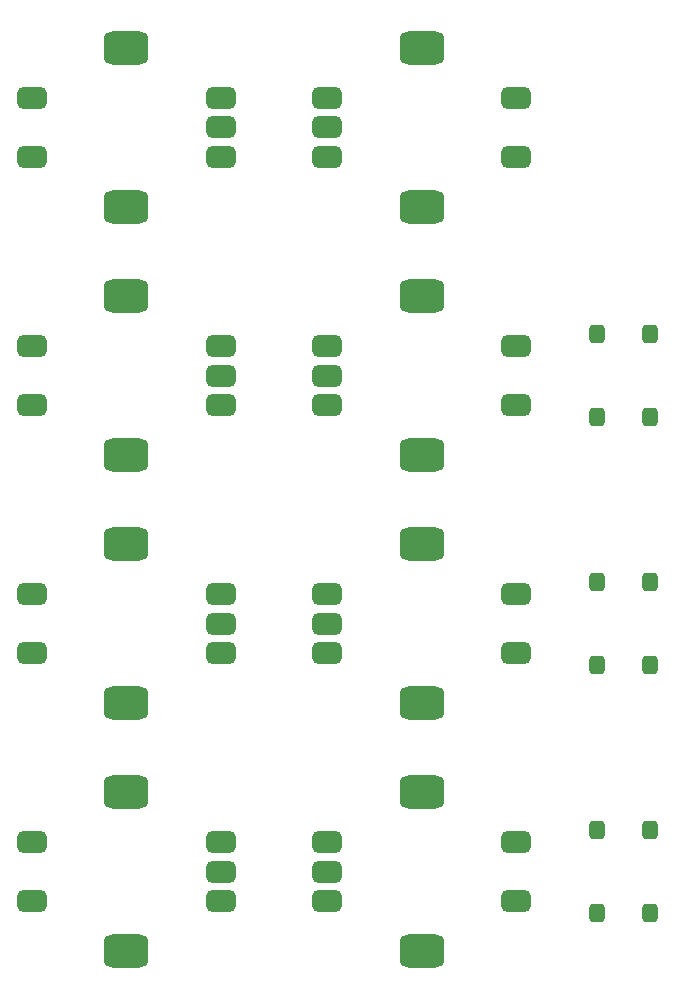
<source format=gtp>
G04*
G04 #@! TF.GenerationSoftware,Altium Limited,Altium Designer,23.4.1 (23)*
G04*
G04 Layer_Color=8421504*
%FSLAX44Y44*%
%MOMM*%
G71*
G04*
G04 #@! TF.SameCoordinates,ED8CA8E1-86DF-42A4-AF38-516AE62C0134*
G04*
G04*
G04 #@! TF.FilePolarity,Positive*
G04*
G01*
G75*
G04:AMPARAMS|DCode=14|XSize=1.6mm|YSize=1.3mm|CornerRadius=0.325mm|HoleSize=0mm|Usage=FLASHONLY|Rotation=90.000|XOffset=0mm|YOffset=0mm|HoleType=Round|Shape=RoundedRectangle|*
%AMROUNDEDRECTD14*
21,1,1.6000,0.6500,0,0,90.0*
21,1,0.9500,1.3000,0,0,90.0*
1,1,0.6500,0.3250,0.4750*
1,1,0.6500,0.3250,-0.4750*
1,1,0.6500,-0.3250,-0.4750*
1,1,0.6500,-0.3250,0.4750*
%
%ADD14ROUNDEDRECTD14*%
G04:AMPARAMS|DCode=15|XSize=2.8mm|YSize=3.8mm|CornerRadius=0.7mm|HoleSize=0mm|Usage=FLASHONLY|Rotation=270.000|XOffset=0mm|YOffset=0mm|HoleType=Round|Shape=RoundedRectangle|*
%AMROUNDEDRECTD15*
21,1,2.8000,2.4000,0,0,270.0*
21,1,1.4000,3.8000,0,0,270.0*
1,1,1.4000,-1.2000,-0.7000*
1,1,1.4000,-1.2000,0.7000*
1,1,1.4000,1.2000,0.7000*
1,1,1.4000,1.2000,-0.7000*
%
%ADD15ROUNDEDRECTD15*%
G04:AMPARAMS|DCode=16|XSize=1.8mm|YSize=2.5mm|CornerRadius=0.45mm|HoleSize=0mm|Usage=FLASHONLY|Rotation=270.000|XOffset=0mm|YOffset=0mm|HoleType=Round|Shape=RoundedRectangle|*
%AMROUNDEDRECTD16*
21,1,1.8000,1.6000,0,0,270.0*
21,1,0.9000,2.5000,0,0,270.0*
1,1,0.9000,-0.8000,-0.4500*
1,1,0.9000,-0.8000,0.4500*
1,1,0.9000,0.8000,0.4500*
1,1,0.9000,0.8000,-0.4500*
%
%ADD16ROUNDEDRECTD16*%
D14*
X555500Y210000D02*
D03*
Y140000D02*
D03*
X510500D02*
D03*
Y210000D02*
D03*
X555500Y420000D02*
D03*
Y350000D02*
D03*
X510500D02*
D03*
Y420000D02*
D03*
X555500Y630000D02*
D03*
Y560000D02*
D03*
X510500D02*
D03*
Y630000D02*
D03*
D15*
X362000Y107500D02*
D03*
Y242500D02*
D03*
X112000D02*
D03*
Y107500D02*
D03*
X362000Y317500D02*
D03*
Y452500D02*
D03*
X112000Y452500D02*
D03*
Y317500D02*
D03*
X362000Y527500D02*
D03*
Y662500D02*
D03*
X112000D02*
D03*
Y527500D02*
D03*
X362000Y737500D02*
D03*
Y872500D02*
D03*
X112000D02*
D03*
Y737500D02*
D03*
D16*
X442000Y150000D02*
D03*
Y200000D02*
D03*
X282000D02*
D03*
Y175000D02*
D03*
Y150000D02*
D03*
X32000Y200000D02*
D03*
Y150000D02*
D03*
X192000D02*
D03*
Y175000D02*
D03*
Y200000D02*
D03*
X442000Y360000D02*
D03*
Y410000D02*
D03*
X282000D02*
D03*
Y385000D02*
D03*
Y360000D02*
D03*
X32000Y410000D02*
D03*
Y360000D02*
D03*
X192000D02*
D03*
Y385000D02*
D03*
Y410000D02*
D03*
X442000Y570000D02*
D03*
Y620000D02*
D03*
X282000D02*
D03*
Y595000D02*
D03*
Y570000D02*
D03*
X32000Y620000D02*
D03*
Y570000D02*
D03*
X192000D02*
D03*
Y595000D02*
D03*
Y620000D02*
D03*
X442000Y780000D02*
D03*
Y830000D02*
D03*
X282000D02*
D03*
Y805000D02*
D03*
Y780000D02*
D03*
X32000Y830000D02*
D03*
Y780000D02*
D03*
X192000D02*
D03*
Y805000D02*
D03*
Y830000D02*
D03*
M02*

</source>
